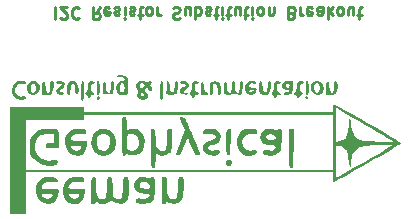
<source format=gbo>
G04 (created by PCBNEW (2013-07-07 BZR 4022)-stable) date 11/10/2014 9:18:01 PM*
%MOIN*%
G04 Gerber Fmt 3.4, Leading zero omitted, Abs format*
%FSLAX34Y34*%
G01*
G70*
G90*
G04 APERTURE LIST*
%ADD10C,0.00590551*%
%ADD11C,0.00984252*%
%ADD12C,0.0001*%
G04 APERTURE END LIST*
G54D10*
G54D11*
X41519Y-25040D02*
X41519Y-25434D01*
X41688Y-25396D02*
X41706Y-25415D01*
X41744Y-25434D01*
X41838Y-25434D01*
X41875Y-25415D01*
X41894Y-25396D01*
X41913Y-25359D01*
X41913Y-25321D01*
X41894Y-25265D01*
X41669Y-25040D01*
X41913Y-25040D01*
X42306Y-25078D02*
X42288Y-25059D01*
X42231Y-25040D01*
X42194Y-25040D01*
X42138Y-25059D01*
X42100Y-25096D01*
X42081Y-25134D01*
X42063Y-25209D01*
X42063Y-25265D01*
X42081Y-25340D01*
X42100Y-25378D01*
X42138Y-25415D01*
X42194Y-25434D01*
X42231Y-25434D01*
X42288Y-25415D01*
X42306Y-25396D01*
X43000Y-25040D02*
X42869Y-25228D01*
X42775Y-25040D02*
X42775Y-25434D01*
X42925Y-25434D01*
X42962Y-25415D01*
X42981Y-25396D01*
X43000Y-25359D01*
X43000Y-25303D01*
X42981Y-25265D01*
X42962Y-25246D01*
X42925Y-25228D01*
X42775Y-25228D01*
X43319Y-25059D02*
X43281Y-25040D01*
X43206Y-25040D01*
X43169Y-25059D01*
X43150Y-25096D01*
X43150Y-25246D01*
X43169Y-25284D01*
X43206Y-25303D01*
X43281Y-25303D01*
X43319Y-25284D01*
X43337Y-25246D01*
X43337Y-25209D01*
X43150Y-25171D01*
X43487Y-25059D02*
X43525Y-25040D01*
X43600Y-25040D01*
X43637Y-25059D01*
X43656Y-25096D01*
X43656Y-25115D01*
X43637Y-25153D01*
X43600Y-25171D01*
X43544Y-25171D01*
X43506Y-25190D01*
X43487Y-25228D01*
X43487Y-25246D01*
X43506Y-25284D01*
X43544Y-25303D01*
X43600Y-25303D01*
X43637Y-25284D01*
X43825Y-25040D02*
X43825Y-25303D01*
X43825Y-25434D02*
X43806Y-25415D01*
X43825Y-25396D01*
X43844Y-25415D01*
X43825Y-25434D01*
X43825Y-25396D01*
X43994Y-25059D02*
X44031Y-25040D01*
X44106Y-25040D01*
X44144Y-25059D01*
X44162Y-25096D01*
X44162Y-25115D01*
X44144Y-25153D01*
X44106Y-25171D01*
X44050Y-25171D01*
X44012Y-25190D01*
X43994Y-25228D01*
X43994Y-25246D01*
X44012Y-25284D01*
X44050Y-25303D01*
X44106Y-25303D01*
X44144Y-25284D01*
X44275Y-25303D02*
X44425Y-25303D01*
X44331Y-25434D02*
X44331Y-25096D01*
X44350Y-25059D01*
X44387Y-25040D01*
X44425Y-25040D01*
X44612Y-25040D02*
X44575Y-25059D01*
X44556Y-25078D01*
X44537Y-25115D01*
X44537Y-25228D01*
X44556Y-25265D01*
X44575Y-25284D01*
X44612Y-25303D01*
X44668Y-25303D01*
X44706Y-25284D01*
X44725Y-25265D01*
X44743Y-25228D01*
X44743Y-25115D01*
X44725Y-25078D01*
X44706Y-25059D01*
X44668Y-25040D01*
X44612Y-25040D01*
X44912Y-25040D02*
X44912Y-25303D01*
X44912Y-25228D02*
X44931Y-25265D01*
X44950Y-25284D01*
X44987Y-25303D01*
X45025Y-25303D01*
X45437Y-25059D02*
X45493Y-25040D01*
X45587Y-25040D01*
X45625Y-25059D01*
X45643Y-25078D01*
X45662Y-25115D01*
X45662Y-25153D01*
X45643Y-25190D01*
X45625Y-25209D01*
X45587Y-25228D01*
X45512Y-25246D01*
X45475Y-25265D01*
X45456Y-25284D01*
X45437Y-25321D01*
X45437Y-25359D01*
X45456Y-25396D01*
X45475Y-25415D01*
X45512Y-25434D01*
X45606Y-25434D01*
X45662Y-25415D01*
X46000Y-25303D02*
X46000Y-25040D01*
X45831Y-25303D02*
X45831Y-25096D01*
X45850Y-25059D01*
X45887Y-25040D01*
X45943Y-25040D01*
X45981Y-25059D01*
X46000Y-25078D01*
X46187Y-25040D02*
X46187Y-25434D01*
X46187Y-25284D02*
X46225Y-25303D01*
X46300Y-25303D01*
X46337Y-25284D01*
X46356Y-25265D01*
X46375Y-25228D01*
X46375Y-25115D01*
X46356Y-25078D01*
X46337Y-25059D01*
X46300Y-25040D01*
X46225Y-25040D01*
X46187Y-25059D01*
X46525Y-25059D02*
X46562Y-25040D01*
X46637Y-25040D01*
X46674Y-25059D01*
X46693Y-25096D01*
X46693Y-25115D01*
X46674Y-25153D01*
X46637Y-25171D01*
X46581Y-25171D01*
X46543Y-25190D01*
X46525Y-25228D01*
X46525Y-25246D01*
X46543Y-25284D01*
X46581Y-25303D01*
X46637Y-25303D01*
X46674Y-25284D01*
X46806Y-25303D02*
X46956Y-25303D01*
X46862Y-25434D02*
X46862Y-25096D01*
X46881Y-25059D01*
X46918Y-25040D01*
X46956Y-25040D01*
X47087Y-25040D02*
X47087Y-25303D01*
X47087Y-25434D02*
X47068Y-25415D01*
X47087Y-25396D01*
X47106Y-25415D01*
X47087Y-25434D01*
X47087Y-25396D01*
X47218Y-25303D02*
X47368Y-25303D01*
X47274Y-25434D02*
X47274Y-25096D01*
X47293Y-25059D01*
X47331Y-25040D01*
X47368Y-25040D01*
X47668Y-25303D02*
X47668Y-25040D01*
X47499Y-25303D02*
X47499Y-25096D01*
X47518Y-25059D01*
X47556Y-25040D01*
X47612Y-25040D01*
X47649Y-25059D01*
X47668Y-25078D01*
X47799Y-25303D02*
X47949Y-25303D01*
X47856Y-25434D02*
X47856Y-25096D01*
X47874Y-25059D01*
X47912Y-25040D01*
X47949Y-25040D01*
X48081Y-25040D02*
X48081Y-25303D01*
X48081Y-25434D02*
X48062Y-25415D01*
X48081Y-25396D01*
X48099Y-25415D01*
X48081Y-25434D01*
X48081Y-25396D01*
X48324Y-25040D02*
X48287Y-25059D01*
X48268Y-25078D01*
X48249Y-25115D01*
X48249Y-25228D01*
X48268Y-25265D01*
X48287Y-25284D01*
X48324Y-25303D01*
X48381Y-25303D01*
X48418Y-25284D01*
X48437Y-25265D01*
X48456Y-25228D01*
X48456Y-25115D01*
X48437Y-25078D01*
X48418Y-25059D01*
X48381Y-25040D01*
X48324Y-25040D01*
X48624Y-25303D02*
X48624Y-25040D01*
X48624Y-25265D02*
X48643Y-25284D01*
X48680Y-25303D01*
X48737Y-25303D01*
X48774Y-25284D01*
X48793Y-25246D01*
X48793Y-25040D01*
X49412Y-25246D02*
X49468Y-25228D01*
X49487Y-25209D01*
X49505Y-25171D01*
X49505Y-25115D01*
X49487Y-25078D01*
X49468Y-25059D01*
X49430Y-25040D01*
X49280Y-25040D01*
X49280Y-25434D01*
X49412Y-25434D01*
X49449Y-25415D01*
X49468Y-25396D01*
X49487Y-25359D01*
X49487Y-25321D01*
X49468Y-25284D01*
X49449Y-25265D01*
X49412Y-25246D01*
X49280Y-25246D01*
X49674Y-25040D02*
X49674Y-25303D01*
X49674Y-25228D02*
X49693Y-25265D01*
X49712Y-25284D01*
X49749Y-25303D01*
X49787Y-25303D01*
X50068Y-25059D02*
X50030Y-25040D01*
X49955Y-25040D01*
X49918Y-25059D01*
X49899Y-25096D01*
X49899Y-25246D01*
X49918Y-25284D01*
X49955Y-25303D01*
X50030Y-25303D01*
X50068Y-25284D01*
X50087Y-25246D01*
X50087Y-25209D01*
X49899Y-25171D01*
X50424Y-25040D02*
X50424Y-25246D01*
X50405Y-25284D01*
X50368Y-25303D01*
X50293Y-25303D01*
X50255Y-25284D01*
X50424Y-25059D02*
X50387Y-25040D01*
X50293Y-25040D01*
X50255Y-25059D01*
X50237Y-25096D01*
X50237Y-25134D01*
X50255Y-25171D01*
X50293Y-25190D01*
X50387Y-25190D01*
X50424Y-25209D01*
X50611Y-25040D02*
X50611Y-25434D01*
X50649Y-25190D02*
X50761Y-25040D01*
X50761Y-25303D02*
X50611Y-25153D01*
X50986Y-25040D02*
X50949Y-25059D01*
X50930Y-25078D01*
X50911Y-25115D01*
X50911Y-25228D01*
X50930Y-25265D01*
X50949Y-25284D01*
X50986Y-25303D01*
X51043Y-25303D01*
X51080Y-25284D01*
X51099Y-25265D01*
X51118Y-25228D01*
X51118Y-25115D01*
X51099Y-25078D01*
X51080Y-25059D01*
X51043Y-25040D01*
X50986Y-25040D01*
X51455Y-25303D02*
X51455Y-25040D01*
X51286Y-25303D02*
X51286Y-25096D01*
X51305Y-25059D01*
X51343Y-25040D01*
X51399Y-25040D01*
X51436Y-25059D01*
X51455Y-25078D01*
X51586Y-25303D02*
X51736Y-25303D01*
X51643Y-25434D02*
X51643Y-25096D01*
X51661Y-25059D01*
X51699Y-25040D01*
X51736Y-25040D01*
G54D12*
G36*
X43552Y-27730D02*
X43575Y-27604D01*
X43643Y-27527D01*
X43673Y-27520D01*
X43673Y-27734D01*
X43674Y-27746D01*
X43686Y-27836D01*
X43713Y-27876D01*
X43750Y-27883D01*
X43796Y-27870D01*
X43820Y-27818D01*
X43828Y-27754D01*
X43821Y-27645D01*
X43782Y-27589D01*
X43712Y-27590D01*
X43710Y-27591D01*
X43678Y-27635D01*
X43673Y-27734D01*
X43673Y-27520D01*
X43754Y-27500D01*
X43757Y-27500D01*
X43819Y-27481D01*
X43831Y-27437D01*
X43792Y-27394D01*
X43767Y-27383D01*
X43679Y-27376D01*
X43634Y-27383D01*
X43580Y-27386D01*
X43567Y-27352D01*
X43596Y-27317D01*
X43666Y-27301D01*
X43756Y-27303D01*
X43843Y-27325D01*
X43886Y-27347D01*
X43918Y-27381D01*
X43938Y-27432D01*
X43948Y-27518D01*
X43950Y-27653D01*
X43950Y-27672D01*
X43950Y-27808D01*
X43944Y-27891D01*
X43930Y-27935D01*
X43904Y-27953D01*
X43867Y-27960D01*
X43719Y-27965D01*
X43623Y-27935D01*
X43570Y-27865D01*
X43552Y-27748D01*
X43552Y-27730D01*
X43552Y-27730D01*
X43552Y-27730D01*
G37*
G36*
X50531Y-27962D02*
X50541Y-27740D01*
X50550Y-27615D01*
X50566Y-27545D01*
X50591Y-27518D01*
X50600Y-27517D01*
X50634Y-27537D01*
X50650Y-27606D01*
X50654Y-27670D01*
X50664Y-27799D01*
X50691Y-27872D01*
X50738Y-27899D01*
X50751Y-27900D01*
X50781Y-27876D01*
X50800Y-27799D01*
X50807Y-27711D01*
X50822Y-27597D01*
X50848Y-27523D01*
X50881Y-27499D01*
X50914Y-27532D01*
X50921Y-27549D01*
X50934Y-27635D01*
X50926Y-27745D01*
X50903Y-27854D01*
X50867Y-27935D01*
X50849Y-27955D01*
X50789Y-27981D01*
X50757Y-27977D01*
X50702Y-27963D01*
X50628Y-27960D01*
X50531Y-27962D01*
X50531Y-27962D01*
X50531Y-27962D01*
G37*
G36*
X50034Y-27787D02*
X50039Y-27674D01*
X50086Y-27574D01*
X50146Y-27529D01*
X50146Y-27771D01*
X50178Y-27848D01*
X50230Y-27891D01*
X50261Y-27894D01*
X50303Y-27856D01*
X50327Y-27780D01*
X50328Y-27694D01*
X50305Y-27622D01*
X50300Y-27617D01*
X50243Y-27586D01*
X50186Y-27611D01*
X50147Y-27684D01*
X50146Y-27771D01*
X50146Y-27529D01*
X50163Y-27516D01*
X50263Y-27501D01*
X50358Y-27533D01*
X50381Y-27552D01*
X50446Y-27654D01*
X50461Y-27763D01*
X50430Y-27862D01*
X50357Y-27934D01*
X50271Y-27961D01*
X50158Y-27945D01*
X50076Y-27882D01*
X50034Y-27787D01*
X50034Y-27787D01*
X50034Y-27787D01*
G37*
G36*
X49861Y-27925D02*
X49864Y-27881D01*
X49867Y-27791D01*
X49867Y-27700D01*
X49873Y-27575D01*
X49890Y-27511D01*
X49922Y-27505D01*
X49945Y-27522D01*
X49956Y-27565D01*
X49964Y-27654D01*
X49967Y-27758D01*
X49965Y-27875D01*
X49955Y-27938D01*
X49934Y-27961D01*
X49911Y-27961D01*
X49866Y-27940D01*
X49861Y-27925D01*
X49861Y-27925D01*
X49861Y-27925D01*
G37*
G36*
X49473Y-27948D02*
X49478Y-27908D01*
X49515Y-27877D01*
X49548Y-27825D01*
X49570Y-27725D01*
X49573Y-27683D01*
X49582Y-27584D01*
X49601Y-27534D01*
X49641Y-27513D01*
X49692Y-27506D01*
X49770Y-27508D01*
X49799Y-27536D01*
X49800Y-27550D01*
X49775Y-27591D01*
X49742Y-27593D01*
X49703Y-27601D01*
X49682Y-27649D01*
X49674Y-27721D01*
X49673Y-27811D01*
X49692Y-27857D01*
X49735Y-27877D01*
X49782Y-27908D01*
X49775Y-27946D01*
X49721Y-27967D01*
X49715Y-27967D01*
X49673Y-27994D01*
X49667Y-28019D01*
X49643Y-28059D01*
X49609Y-28059D01*
X49564Y-28030D01*
X49559Y-28007D01*
X49540Y-27972D01*
X49517Y-27967D01*
X49473Y-27948D01*
X49473Y-27948D01*
X49473Y-27948D01*
G37*
G36*
X49085Y-27611D02*
X49096Y-27580D01*
X49129Y-27531D01*
X49181Y-27510D01*
X49207Y-27510D01*
X49207Y-27628D01*
X49212Y-27681D01*
X49247Y-27727D01*
X49267Y-27733D01*
X49310Y-27708D01*
X49325Y-27653D01*
X49304Y-27603D01*
X49297Y-27598D01*
X49240Y-27589D01*
X49207Y-27628D01*
X49207Y-27510D01*
X49275Y-27508D01*
X49283Y-27508D01*
X49434Y-27515D01*
X49434Y-27701D01*
X49427Y-27811D01*
X49410Y-27896D01*
X49394Y-27927D01*
X49341Y-27953D01*
X49263Y-27966D01*
X49184Y-27965D01*
X49124Y-27952D01*
X49108Y-27926D01*
X49148Y-27897D01*
X49217Y-27885D01*
X49290Y-27871D01*
X49325Y-27842D01*
X49308Y-27810D01*
X49238Y-27800D01*
X49139Y-27774D01*
X49085Y-27706D01*
X49085Y-27611D01*
X49085Y-27611D01*
X49085Y-27611D01*
G37*
G36*
X48734Y-27917D02*
X48752Y-27872D01*
X48767Y-27867D01*
X48787Y-27837D01*
X48799Y-27762D01*
X48800Y-27723D01*
X48809Y-27625D01*
X48831Y-27553D01*
X48840Y-27540D01*
X48901Y-27507D01*
X48971Y-27502D01*
X49023Y-27524D01*
X49034Y-27550D01*
X49006Y-27591D01*
X48967Y-27600D01*
X48923Y-27612D01*
X48904Y-27658D01*
X48900Y-27730D01*
X48909Y-27820D01*
X48939Y-27865D01*
X48967Y-27876D01*
X49021Y-27906D01*
X49034Y-27930D01*
X49006Y-27960D01*
X48967Y-27967D01*
X48913Y-27988D01*
X48900Y-28017D01*
X48874Y-28061D01*
X48850Y-28067D01*
X48806Y-28040D01*
X48800Y-28017D01*
X48783Y-27972D01*
X48767Y-27967D01*
X48738Y-27940D01*
X48734Y-27917D01*
X48734Y-27917D01*
X48734Y-27917D01*
G37*
G36*
X48317Y-27733D02*
X48321Y-27612D01*
X48332Y-27544D01*
X48356Y-27518D01*
X48367Y-27517D01*
X48400Y-27538D01*
X48422Y-27610D01*
X48434Y-27700D01*
X48447Y-27807D01*
X48467Y-27863D01*
X48499Y-27882D01*
X48517Y-27883D01*
X48556Y-27875D01*
X48578Y-27839D01*
X48589Y-27760D01*
X48594Y-27692D01*
X48605Y-27571D01*
X48626Y-27510D01*
X48657Y-27506D01*
X48678Y-27522D01*
X48691Y-27566D01*
X48699Y-27653D01*
X48700Y-27706D01*
X48684Y-27832D01*
X48641Y-27927D01*
X48579Y-27979D01*
X48515Y-27978D01*
X48436Y-27959D01*
X48389Y-27954D01*
X48350Y-27946D01*
X48329Y-27918D01*
X48319Y-27853D01*
X48317Y-27738D01*
X48317Y-27733D01*
X48317Y-27733D01*
X48317Y-27733D01*
G37*
G36*
X47837Y-27776D02*
X47845Y-27663D01*
X47902Y-27570D01*
X48000Y-27512D01*
X48082Y-27500D01*
X48165Y-27509D01*
X48215Y-27531D01*
X48217Y-27534D01*
X48210Y-27568D01*
X48168Y-27594D01*
X48121Y-27595D01*
X48111Y-27589D01*
X48068Y-27585D01*
X48013Y-27615D01*
X47973Y-27662D01*
X47967Y-27685D01*
X47967Y-27832D01*
X47991Y-27878D01*
X48045Y-27884D01*
X48094Y-27854D01*
X48126Y-27815D01*
X48106Y-27802D01*
X48058Y-27800D01*
X47992Y-27810D01*
X47967Y-27832D01*
X47967Y-27685D01*
X47991Y-27719D01*
X48067Y-27733D01*
X48100Y-27733D01*
X48197Y-27746D01*
X48235Y-27787D01*
X48218Y-27864D01*
X48199Y-27902D01*
X48138Y-27954D01*
X48048Y-27969D01*
X47955Y-27948D01*
X47886Y-27893D01*
X47837Y-27776D01*
X47837Y-27776D01*
X47837Y-27776D01*
G37*
G36*
X47131Y-27952D02*
X47141Y-27737D01*
X47153Y-27606D01*
X47175Y-27527D01*
X47192Y-27508D01*
X47219Y-27522D01*
X47232Y-27591D01*
X47234Y-27660D01*
X47246Y-27792D01*
X47283Y-27866D01*
X47285Y-27868D01*
X47339Y-27892D01*
X47377Y-27858D01*
X47400Y-27762D01*
X47407Y-27686D01*
X47423Y-27572D01*
X47448Y-27513D01*
X47474Y-27511D01*
X47494Y-27568D01*
X47500Y-27660D01*
X47513Y-27792D01*
X47550Y-27866D01*
X47552Y-27868D01*
X47606Y-27892D01*
X47643Y-27858D01*
X47666Y-27762D01*
X47674Y-27686D01*
X47688Y-27581D01*
X47714Y-27517D01*
X47727Y-27508D01*
X47750Y-27516D01*
X47761Y-27565D01*
X47762Y-27667D01*
X47760Y-27722D01*
X47754Y-27842D01*
X47743Y-27912D01*
X47721Y-27945D01*
X47681Y-27958D01*
X47657Y-27961D01*
X47572Y-27956D01*
X47518Y-27934D01*
X47469Y-27916D01*
X47452Y-27931D01*
X47409Y-27950D01*
X47324Y-27959D01*
X47281Y-27959D01*
X47131Y-27952D01*
X47131Y-27952D01*
X47131Y-27952D01*
G37*
G36*
X46667Y-27768D02*
X46671Y-27650D01*
X46687Y-27581D01*
X46719Y-27543D01*
X46732Y-27535D01*
X46846Y-27502D01*
X46947Y-27526D01*
X46981Y-27553D01*
X47013Y-27613D01*
X47032Y-27705D01*
X47037Y-27806D01*
X47028Y-27897D01*
X47005Y-27955D01*
X46984Y-27967D01*
X46952Y-27948D01*
X46937Y-27885D01*
X46934Y-27807D01*
X46921Y-27676D01*
X46885Y-27601D01*
X46827Y-27586D01*
X46813Y-27590D01*
X46782Y-27634D01*
X46768Y-27739D01*
X46767Y-27787D01*
X46763Y-27896D01*
X46746Y-27952D01*
X46717Y-27967D01*
X46688Y-27951D01*
X46672Y-27897D01*
X46667Y-27790D01*
X46667Y-27768D01*
X46667Y-27768D01*
X46667Y-27768D01*
G37*
G36*
X46370Y-27887D02*
X46372Y-27786D01*
X46374Y-27744D01*
X46386Y-27612D01*
X46407Y-27531D01*
X46431Y-27504D01*
X46453Y-27535D01*
X46470Y-27627D01*
X46474Y-27673D01*
X46485Y-27782D01*
X46508Y-27845D01*
X46550Y-27879D01*
X46559Y-27883D01*
X46609Y-27921D01*
X46619Y-27958D01*
X46587Y-27974D01*
X46563Y-27970D01*
X46494Y-27962D01*
X46441Y-27962D01*
X46400Y-27960D01*
X46378Y-27940D01*
X46370Y-27887D01*
X46370Y-27887D01*
X46370Y-27887D01*
G37*
G36*
X46000Y-27917D02*
X46018Y-27872D01*
X46034Y-27867D01*
X46054Y-27837D01*
X46066Y-27762D01*
X46067Y-27723D01*
X46076Y-27625D01*
X46098Y-27553D01*
X46107Y-27540D01*
X46168Y-27507D01*
X46238Y-27502D01*
X46289Y-27524D01*
X46300Y-27550D01*
X46273Y-27591D01*
X46234Y-27600D01*
X46190Y-27611D01*
X46171Y-27657D01*
X46167Y-27733D01*
X46173Y-27821D01*
X46195Y-27859D01*
X46234Y-27867D01*
X46288Y-27888D01*
X46300Y-27917D01*
X46273Y-27958D01*
X46234Y-27967D01*
X46180Y-27988D01*
X46167Y-28017D01*
X46140Y-28061D01*
X46117Y-28067D01*
X46073Y-28040D01*
X46067Y-28017D01*
X46049Y-27972D01*
X46034Y-27967D01*
X46004Y-27940D01*
X46000Y-27917D01*
X46000Y-27917D01*
X46000Y-27917D01*
G37*
G36*
X45667Y-27552D02*
X45694Y-27513D01*
X45760Y-27499D01*
X45843Y-27508D01*
X45919Y-27540D01*
X45948Y-27564D01*
X45982Y-27642D01*
X45957Y-27721D01*
X45881Y-27786D01*
X45846Y-27802D01*
X45791Y-27841D01*
X45793Y-27878D01*
X45848Y-27895D01*
X45875Y-27893D01*
X45937Y-27903D01*
X45959Y-27927D01*
X45945Y-27956D01*
X45890Y-27965D01*
X45815Y-27956D01*
X45742Y-27933D01*
X45691Y-27897D01*
X45687Y-27892D01*
X45672Y-27815D01*
X45710Y-27747D01*
X45789Y-27707D01*
X45796Y-27706D01*
X45852Y-27679D01*
X45867Y-27648D01*
X45850Y-27608D01*
X45789Y-27595D01*
X45725Y-27598D01*
X45676Y-27580D01*
X45667Y-27552D01*
X45667Y-27552D01*
X45667Y-27552D01*
G37*
G36*
X45217Y-27949D02*
X45224Y-27750D01*
X45228Y-27639D01*
X45231Y-27555D01*
X45232Y-27522D01*
X45258Y-27505D01*
X45275Y-27508D01*
X45302Y-27547D01*
X45325Y-27633D01*
X45334Y-27703D01*
X45347Y-27809D01*
X45367Y-27863D01*
X45401Y-27882D01*
X45417Y-27883D01*
X45456Y-27875D01*
X45478Y-27839D01*
X45489Y-27760D01*
X45494Y-27692D01*
X45505Y-27571D01*
X45526Y-27510D01*
X45557Y-27506D01*
X45578Y-27522D01*
X45597Y-27576D01*
X45602Y-27669D01*
X45596Y-27776D01*
X45581Y-27871D01*
X45557Y-27928D01*
X45554Y-27931D01*
X45493Y-27953D01*
X45397Y-27961D01*
X45362Y-27959D01*
X45217Y-27949D01*
X45217Y-27949D01*
X45217Y-27949D01*
G37*
G36*
X45005Y-28011D02*
X45006Y-27884D01*
X45008Y-27828D01*
X45017Y-27659D01*
X45033Y-27553D01*
X45056Y-27509D01*
X45059Y-27508D01*
X45079Y-27519D01*
X45092Y-27572D01*
X45099Y-27677D01*
X45100Y-27814D01*
X45099Y-27965D01*
X45093Y-28061D01*
X45080Y-28113D01*
X45059Y-28132D01*
X45049Y-28133D01*
X45025Y-28124D01*
X45011Y-28087D01*
X45005Y-28011D01*
X45005Y-28011D01*
X45005Y-28011D01*
G37*
G36*
X44205Y-27682D02*
X44223Y-27600D01*
X44261Y-27555D01*
X44333Y-27518D01*
X44334Y-27518D01*
X44334Y-27668D01*
X44350Y-27735D01*
X44373Y-27740D01*
X44373Y-27975D01*
X44394Y-28034D01*
X44417Y-28050D01*
X44447Y-28022D01*
X44461Y-27975D01*
X44453Y-27914D01*
X44417Y-27900D01*
X44376Y-27923D01*
X44373Y-27975D01*
X44373Y-27740D01*
X44395Y-27743D01*
X44453Y-27697D01*
X44492Y-27644D01*
X44483Y-27611D01*
X44469Y-27601D01*
X44398Y-27586D01*
X44346Y-27621D01*
X44334Y-27668D01*
X44334Y-27518D01*
X44425Y-27502D01*
X44508Y-27509D01*
X44552Y-27536D01*
X44586Y-27555D01*
X44611Y-27536D01*
X44664Y-27506D01*
X44714Y-27504D01*
X44734Y-27527D01*
X44713Y-27571D01*
X44694Y-27594D01*
X44671Y-27639D01*
X44694Y-27673D01*
X44728Y-27734D01*
X44729Y-27796D01*
X44698Y-27832D01*
X44686Y-27833D01*
X44639Y-27806D01*
X44616Y-27764D01*
X44595Y-27717D01*
X44565Y-27724D01*
X44534Y-27750D01*
X44493Y-27794D01*
X44499Y-27829D01*
X44537Y-27870D01*
X44594Y-27960D01*
X44592Y-28045D01*
X44536Y-28108D01*
X44434Y-28133D01*
X44430Y-28133D01*
X44341Y-28113D01*
X44268Y-28063D01*
X44234Y-28001D01*
X44234Y-27996D01*
X44248Y-27942D01*
X44270Y-27895D01*
X44287Y-27827D01*
X44253Y-27770D01*
X44205Y-27682D01*
X44205Y-27682D01*
X44205Y-27682D01*
G37*
G36*
X43098Y-27956D02*
X43107Y-27739D01*
X43120Y-27607D01*
X43141Y-27528D01*
X43159Y-27508D01*
X43186Y-27522D01*
X43199Y-27591D01*
X43200Y-27660D01*
X43213Y-27792D01*
X43250Y-27866D01*
X43252Y-27868D01*
X43306Y-27892D01*
X43343Y-27858D01*
X43366Y-27762D01*
X43374Y-27686D01*
X43388Y-27581D01*
X43414Y-27517D01*
X43427Y-27508D01*
X43450Y-27516D01*
X43461Y-27565D01*
X43462Y-27667D01*
X43460Y-27722D01*
X43450Y-27950D01*
X43274Y-27953D01*
X43098Y-27956D01*
X43098Y-27956D01*
X43098Y-27956D01*
G37*
G36*
X42900Y-27733D02*
X42905Y-27597D01*
X42919Y-27521D01*
X42946Y-27501D01*
X42978Y-27522D01*
X42990Y-27565D01*
X42998Y-27654D01*
X43000Y-27756D01*
X42997Y-27875D01*
X42985Y-27941D01*
X42960Y-27966D01*
X42950Y-27967D01*
X42923Y-27953D01*
X42908Y-27904D01*
X42901Y-27807D01*
X42900Y-27733D01*
X42900Y-27733D01*
X42900Y-27733D01*
G37*
G36*
X42502Y-27913D02*
X42517Y-27893D01*
X42542Y-27882D01*
X42583Y-27844D01*
X42599Y-27761D01*
X42600Y-27720D01*
X42610Y-27623D01*
X42632Y-27552D01*
X42640Y-27540D01*
X42702Y-27507D01*
X42772Y-27502D01*
X42823Y-27525D01*
X42834Y-27552D01*
X42808Y-27591D01*
X42775Y-27593D01*
X42736Y-27601D01*
X42715Y-27649D01*
X42707Y-27721D01*
X42706Y-27812D01*
X42726Y-27857D01*
X42765Y-27876D01*
X42823Y-27908D01*
X42828Y-27945D01*
X42780Y-27966D01*
X42767Y-27967D01*
X42713Y-27988D01*
X42700Y-28017D01*
X42674Y-28061D01*
X42650Y-28067D01*
X42606Y-28046D01*
X42600Y-28029D01*
X42576Y-27980D01*
X42542Y-27948D01*
X42502Y-27913D01*
X42502Y-27913D01*
X42502Y-27913D01*
G37*
G36*
X42372Y-27923D02*
X42374Y-27845D01*
X42383Y-27672D01*
X42398Y-27562D01*
X42420Y-27512D01*
X42425Y-27508D01*
X42445Y-27519D01*
X42458Y-27571D01*
X42465Y-27674D01*
X42467Y-27831D01*
X42466Y-27986D01*
X42460Y-28086D01*
X42448Y-28142D01*
X42429Y-28165D01*
X42416Y-28167D01*
X42392Y-28157D01*
X42378Y-28121D01*
X42372Y-28047D01*
X42372Y-27923D01*
X42372Y-27923D01*
X42372Y-27923D01*
G37*
G36*
X41900Y-27810D02*
X41912Y-27691D01*
X41941Y-27594D01*
X41952Y-27574D01*
X42031Y-27512D01*
X42127Y-27501D01*
X42217Y-27541D01*
X42252Y-27581D01*
X42283Y-27660D01*
X42296Y-27758D01*
X42291Y-27853D01*
X42269Y-27924D01*
X42234Y-27950D01*
X42201Y-27930D01*
X42182Y-27862D01*
X42174Y-27775D01*
X42164Y-27671D01*
X42145Y-27618D01*
X42112Y-27601D01*
X42100Y-27600D01*
X42062Y-27611D01*
X42041Y-27654D01*
X42029Y-27744D01*
X42027Y-27775D01*
X42016Y-27884D01*
X41993Y-27941D01*
X41959Y-27961D01*
X41923Y-27957D01*
X41906Y-27919D01*
X41901Y-27832D01*
X41900Y-27810D01*
X41900Y-27810D01*
X41900Y-27810D01*
G37*
G36*
X41534Y-27552D02*
X41562Y-27517D01*
X41629Y-27500D01*
X41709Y-27504D01*
X41779Y-27528D01*
X41794Y-27540D01*
X41836Y-27621D01*
X41821Y-27704D01*
X41755Y-27768D01*
X41734Y-27777D01*
X41662Y-27818D01*
X41650Y-27857D01*
X41697Y-27881D01*
X41734Y-27884D01*
X41800Y-27900D01*
X41826Y-27926D01*
X41810Y-27955D01*
X41752Y-27967D01*
X41677Y-27963D01*
X41606Y-27944D01*
X41568Y-27918D01*
X41538Y-27840D01*
X41568Y-27763D01*
X41643Y-27707D01*
X41719Y-27658D01*
X41732Y-27619D01*
X41685Y-27598D01*
X41592Y-27598D01*
X41543Y-27580D01*
X41534Y-27552D01*
X41534Y-27552D01*
X41534Y-27552D01*
G37*
G36*
X41064Y-27962D02*
X41074Y-27740D01*
X41083Y-27615D01*
X41099Y-27545D01*
X41124Y-27518D01*
X41134Y-27517D01*
X41167Y-27538D01*
X41189Y-27610D01*
X41200Y-27700D01*
X41217Y-27814D01*
X41242Y-27875D01*
X41274Y-27894D01*
X41307Y-27889D01*
X41326Y-27850D01*
X41337Y-27764D01*
X41340Y-27713D01*
X41356Y-27585D01*
X41385Y-27515D01*
X41425Y-27507D01*
X41444Y-27522D01*
X41458Y-27566D01*
X41466Y-27653D01*
X41467Y-27706D01*
X41453Y-27820D01*
X41415Y-27914D01*
X41364Y-27974D01*
X41308Y-27986D01*
X41294Y-27980D01*
X41236Y-27964D01*
X41161Y-27960D01*
X41064Y-27962D01*
X41064Y-27962D01*
X41064Y-27962D01*
G37*
G36*
X40574Y-27783D02*
X40579Y-27672D01*
X40626Y-27577D01*
X40692Y-27528D01*
X40692Y-27775D01*
X40720Y-27855D01*
X40767Y-27898D01*
X40782Y-27900D01*
X40839Y-27871D01*
X40878Y-27801D01*
X40887Y-27716D01*
X40881Y-27691D01*
X40836Y-27609D01*
X40778Y-27582D01*
X40724Y-27608D01*
X40693Y-27680D01*
X40692Y-27775D01*
X40692Y-27528D01*
X40709Y-27515D01*
X40784Y-27500D01*
X40870Y-27523D01*
X40934Y-27567D01*
X40992Y-27664D01*
X41000Y-27770D01*
X40963Y-27868D01*
X40888Y-27940D01*
X40784Y-27967D01*
X40678Y-27945D01*
X40619Y-27893D01*
X40574Y-27783D01*
X40574Y-27783D01*
X40574Y-27783D01*
G37*
G36*
X40067Y-27811D02*
X40093Y-27664D01*
X40166Y-27562D01*
X40283Y-27508D01*
X40360Y-27500D01*
X40449Y-27505D01*
X40506Y-27518D01*
X40512Y-27522D01*
X40540Y-27575D01*
X40511Y-27608D01*
X40434Y-27613D01*
X40421Y-27611D01*
X40323Y-27610D01*
X40248Y-27653D01*
X40238Y-27663D01*
X40178Y-27761D01*
X40173Y-27862D01*
X40216Y-27950D01*
X40297Y-28010D01*
X40408Y-28024D01*
X40423Y-28022D01*
X40500Y-28015D01*
X40528Y-28031D01*
X40527Y-28060D01*
X40494Y-28103D01*
X40408Y-28124D01*
X40381Y-28127D01*
X40243Y-28109D01*
X40141Y-28039D01*
X40081Y-27921D01*
X40067Y-27811D01*
X40067Y-27811D01*
X40067Y-27811D01*
G37*
G36*
X49845Y-28057D02*
X49869Y-28011D01*
X49900Y-28000D01*
X49943Y-28024D01*
X49952Y-28036D01*
X49956Y-28087D01*
X49921Y-28121D01*
X49873Y-28117D01*
X49863Y-28110D01*
X49845Y-28057D01*
X49845Y-28057D01*
X49845Y-28057D01*
G37*
G36*
X42900Y-28085D02*
X42919Y-28031D01*
X42958Y-28012D01*
X42979Y-28023D01*
X43001Y-28076D01*
X42981Y-28123D01*
X42950Y-28133D01*
X42906Y-28108D01*
X42900Y-28085D01*
X42900Y-28085D01*
X42900Y-28085D01*
G37*
G36*
X40000Y-28367D02*
X40534Y-28367D01*
X40534Y-28800D01*
X40534Y-29633D01*
X40534Y-30466D01*
X45650Y-30466D01*
X50767Y-30466D01*
X50767Y-29550D01*
X50767Y-28633D01*
X46617Y-28633D01*
X42467Y-28633D01*
X42467Y-28717D01*
X42467Y-28800D01*
X41500Y-28800D01*
X40534Y-28800D01*
X40534Y-28367D01*
X41234Y-28367D01*
X42467Y-28367D01*
X42467Y-28450D01*
X42467Y-28533D01*
X46617Y-28533D01*
X50767Y-28533D01*
X50767Y-28419D01*
X50774Y-28337D01*
X50792Y-28289D01*
X50795Y-28287D01*
X50829Y-28299D01*
X50867Y-28319D01*
X50867Y-28817D01*
X50867Y-28962D01*
X50867Y-29525D01*
X50867Y-29647D01*
X50867Y-30190D01*
X50868Y-30372D01*
X50871Y-30528D01*
X50875Y-30647D01*
X50879Y-30718D01*
X50883Y-30733D01*
X50915Y-30718D01*
X50995Y-30673D01*
X51117Y-30605D01*
X51270Y-30517D01*
X51448Y-30416D01*
X51641Y-30305D01*
X51840Y-30191D01*
X52038Y-30076D01*
X52226Y-29967D01*
X52395Y-29869D01*
X52538Y-29786D01*
X52644Y-29722D01*
X52707Y-29684D01*
X52716Y-29678D01*
X52737Y-29659D01*
X52726Y-29646D01*
X52674Y-29638D01*
X52573Y-29634D01*
X52414Y-29634D01*
X52239Y-29637D01*
X52064Y-29646D01*
X51916Y-29660D01*
X51848Y-29669D01*
X51685Y-29714D01*
X51580Y-29780D01*
X51574Y-29786D01*
X51516Y-29841D01*
X51476Y-29867D01*
X51474Y-29867D01*
X51447Y-29896D01*
X51418Y-29972D01*
X51391Y-30072D01*
X51372Y-30178D01*
X51367Y-30250D01*
X51362Y-30340D01*
X51349Y-30372D01*
X51331Y-30351D01*
X51311Y-30283D01*
X51293Y-30175D01*
X51283Y-30083D01*
X51266Y-29936D01*
X51246Y-29839D01*
X51224Y-29801D01*
X51221Y-29800D01*
X51175Y-29775D01*
X51144Y-29737D01*
X51082Y-29688D01*
X50986Y-29661D01*
X50867Y-29647D01*
X50867Y-29525D01*
X50992Y-29500D01*
X51090Y-29477D01*
X51166Y-29454D01*
X51173Y-29452D01*
X51216Y-29402D01*
X51254Y-29302D01*
X51282Y-29166D01*
X51298Y-29010D01*
X51300Y-28932D01*
X51307Y-28837D01*
X51322Y-28778D01*
X51334Y-28767D01*
X51357Y-28796D01*
X51367Y-28867D01*
X51368Y-28875D01*
X51381Y-28998D01*
X51416Y-29137D01*
X51463Y-29268D01*
X51515Y-29363D01*
X51526Y-29377D01*
X51604Y-29441D01*
X51667Y-29476D01*
X51719Y-29486D01*
X51818Y-29498D01*
X51952Y-29509D01*
X52109Y-29520D01*
X52275Y-29529D01*
X52438Y-29537D01*
X52586Y-29542D01*
X52706Y-29544D01*
X52786Y-29542D01*
X52814Y-29536D01*
X52813Y-29535D01*
X52783Y-29516D01*
X52703Y-29469D01*
X52582Y-29397D01*
X52428Y-29307D01*
X52249Y-29202D01*
X52054Y-29088D01*
X51850Y-28968D01*
X51646Y-28849D01*
X51450Y-28735D01*
X51270Y-28630D01*
X51114Y-28540D01*
X50991Y-28469D01*
X50909Y-28422D01*
X50876Y-28403D01*
X50875Y-28403D01*
X50873Y-28434D01*
X50870Y-28520D01*
X50869Y-28652D01*
X50867Y-28817D01*
X50867Y-28319D01*
X50914Y-28342D01*
X51044Y-28410D01*
X51212Y-28502D01*
X51412Y-28613D01*
X51637Y-28741D01*
X51881Y-28880D01*
X51920Y-28902D01*
X52166Y-29044D01*
X52393Y-29177D01*
X52595Y-29296D01*
X52766Y-29398D01*
X52899Y-29478D01*
X52988Y-29534D01*
X53026Y-29561D01*
X53027Y-29562D01*
X53013Y-29605D01*
X52993Y-29625D01*
X52947Y-29656D01*
X52853Y-29713D01*
X52718Y-29793D01*
X52551Y-29891D01*
X52359Y-30002D01*
X52150Y-30122D01*
X51932Y-30246D01*
X51713Y-30370D01*
X51501Y-30490D01*
X51304Y-30601D01*
X51130Y-30698D01*
X50986Y-30777D01*
X50880Y-30834D01*
X50820Y-30863D01*
X50810Y-30867D01*
X50781Y-30838D01*
X50768Y-30751D01*
X50767Y-30700D01*
X50767Y-30533D01*
X45650Y-30533D01*
X40534Y-30533D01*
X40534Y-31233D01*
X40534Y-31933D01*
X40267Y-31933D01*
X40000Y-31933D01*
X40000Y-30150D01*
X40000Y-28367D01*
X40000Y-28367D01*
X40000Y-28367D01*
G37*
G36*
X45067Y-30700D02*
X45150Y-30700D01*
X45189Y-30702D01*
X45214Y-30718D01*
X45227Y-30758D01*
X45233Y-30837D01*
X45234Y-30966D01*
X45234Y-31012D01*
X45240Y-31192D01*
X45260Y-31315D01*
X45300Y-31390D01*
X45365Y-31425D01*
X45460Y-31429D01*
X45472Y-31428D01*
X45584Y-31417D01*
X45600Y-31067D01*
X45609Y-30911D01*
X45618Y-30809D01*
X45631Y-30749D01*
X45651Y-30720D01*
X45680Y-30708D01*
X45692Y-30706D01*
X45763Y-30719D01*
X45788Y-30749D01*
X45795Y-30804D01*
X45799Y-30908D01*
X45797Y-31043D01*
X45795Y-31117D01*
X45786Y-31270D01*
X45774Y-31372D01*
X45754Y-31441D01*
X45722Y-31492D01*
X45702Y-31516D01*
X45600Y-31580D01*
X45471Y-31602D01*
X45342Y-31580D01*
X45296Y-31558D01*
X45239Y-31534D01*
X45213Y-31552D01*
X45210Y-31558D01*
X45168Y-31593D01*
X45131Y-31600D01*
X45105Y-31596D01*
X45088Y-31577D01*
X45076Y-31531D01*
X45070Y-31450D01*
X45068Y-31323D01*
X45067Y-31150D01*
X45067Y-30700D01*
X45067Y-30700D01*
X45067Y-30700D01*
G37*
G36*
X44134Y-30976D02*
X44163Y-30857D01*
X44241Y-30765D01*
X44350Y-30709D01*
X44350Y-30983D01*
X44355Y-31044D01*
X44380Y-31075D01*
X44444Y-31089D01*
X44509Y-31094D01*
X44604Y-31097D01*
X44651Y-31086D01*
X44666Y-31052D01*
X44667Y-31020D01*
X44639Y-30933D01*
X44561Y-30884D01*
X44450Y-30875D01*
X44379Y-30890D01*
X44353Y-30935D01*
X44350Y-30983D01*
X44350Y-30709D01*
X44477Y-30696D01*
X44601Y-30734D01*
X44664Y-30749D01*
X44684Y-30734D01*
X44731Y-30706D01*
X44769Y-30700D01*
X44798Y-30705D01*
X44816Y-30727D01*
X44827Y-30777D01*
X44832Y-30868D01*
X44833Y-31011D01*
X44833Y-31058D01*
X44830Y-31237D01*
X44819Y-31363D01*
X44797Y-31447D01*
X44759Y-31505D01*
X44701Y-31548D01*
X44678Y-31561D01*
X44593Y-31586D01*
X44474Y-31599D01*
X44352Y-31598D01*
X44258Y-31582D01*
X44253Y-31580D01*
X44211Y-31534D01*
X44200Y-31486D01*
X44205Y-31444D01*
X44231Y-31424D01*
X44292Y-31420D01*
X44389Y-31427D01*
X44504Y-31432D01*
X44572Y-31422D01*
X44614Y-31392D01*
X44623Y-31382D01*
X44664Y-31306D01*
X44649Y-31266D01*
X44576Y-31258D01*
X44551Y-31260D01*
X44385Y-31257D01*
X44256Y-31207D01*
X44169Y-31117D01*
X44134Y-30992D01*
X44134Y-30976D01*
X44134Y-30976D01*
X44134Y-30976D01*
G37*
G36*
X42705Y-31338D02*
X42708Y-31159D01*
X42708Y-31158D01*
X42712Y-30980D01*
X42717Y-30857D01*
X42725Y-30779D01*
X42739Y-30735D01*
X42759Y-30715D01*
X42788Y-30707D01*
X42792Y-30706D01*
X42827Y-30704D01*
X42849Y-30718D01*
X42861Y-30760D01*
X42866Y-30842D01*
X42867Y-30977D01*
X42867Y-31009D01*
X42873Y-31190D01*
X42893Y-31314D01*
X42933Y-31389D01*
X42997Y-31424D01*
X43091Y-31429D01*
X43106Y-31428D01*
X43217Y-31417D01*
X43234Y-31067D01*
X43243Y-30909D01*
X43253Y-30806D01*
X43267Y-30746D01*
X43287Y-30716D01*
X43313Y-30706D01*
X43367Y-30708D01*
X43403Y-30746D01*
X43423Y-30829D01*
X43430Y-30964D01*
X43430Y-31064D01*
X43433Y-31231D01*
X43454Y-31341D01*
X43497Y-31404D01*
X43570Y-31428D01*
X43650Y-31427D01*
X43750Y-31417D01*
X43767Y-31067D01*
X43776Y-30910D01*
X43785Y-30808D01*
X43798Y-30748D01*
X43818Y-30719D01*
X43848Y-30708D01*
X43852Y-30707D01*
X43918Y-30709D01*
X43944Y-30721D01*
X43954Y-30763D01*
X43962Y-30855D01*
X43966Y-30982D01*
X43967Y-31057D01*
X43958Y-31272D01*
X43931Y-31427D01*
X43883Y-31529D01*
X43816Y-31579D01*
X43692Y-31600D01*
X43560Y-31583D01*
X43459Y-31534D01*
X43400Y-31491D01*
X43363Y-31490D01*
X43321Y-31530D01*
X43316Y-31534D01*
X43240Y-31580D01*
X43134Y-31601D01*
X43027Y-31594D01*
X42945Y-31561D01*
X42932Y-31548D01*
X42895Y-31513D01*
X42868Y-31533D01*
X42860Y-31548D01*
X42805Y-31592D01*
X42765Y-31600D01*
X42738Y-31597D01*
X42720Y-31579D01*
X42709Y-31537D01*
X42705Y-31460D01*
X42705Y-31338D01*
X42705Y-31338D01*
X42705Y-31338D01*
G37*
G36*
X41767Y-31150D02*
X41792Y-30969D01*
X41865Y-30833D01*
X41984Y-30745D01*
X42150Y-30705D01*
X42224Y-30703D01*
X42327Y-30708D01*
X42406Y-30717D01*
X42425Y-30722D01*
X42459Y-30765D01*
X42467Y-30813D01*
X42462Y-30855D01*
X42437Y-30875D01*
X42377Y-30880D01*
X42272Y-30874D01*
X42160Y-30868D01*
X42091Y-30877D01*
X42044Y-30907D01*
X42006Y-30951D01*
X41957Y-31020D01*
X41934Y-31068D01*
X41934Y-31071D01*
X41965Y-31084D01*
X41967Y-31085D01*
X41967Y-31313D01*
X41995Y-31379D01*
X42063Y-31419D01*
X42149Y-31430D01*
X42234Y-31412D01*
X42295Y-31362D01*
X42304Y-31342D01*
X42316Y-31299D01*
X42301Y-31277D01*
X42245Y-31268D01*
X42149Y-31267D01*
X42036Y-31272D01*
X41979Y-31290D01*
X41967Y-31313D01*
X41967Y-31085D01*
X42047Y-31094D01*
X42165Y-31100D01*
X42217Y-31100D01*
X42500Y-31100D01*
X42500Y-31218D01*
X42480Y-31353D01*
X42426Y-31474D01*
X42350Y-31557D01*
X42336Y-31566D01*
X42232Y-31595D01*
X42105Y-31596D01*
X41988Y-31572D01*
X41941Y-31548D01*
X41841Y-31439D01*
X41781Y-31286D01*
X41767Y-31150D01*
X41767Y-31150D01*
X41767Y-31150D01*
G37*
G36*
X40872Y-31193D02*
X40880Y-31042D01*
X40923Y-30903D01*
X41004Y-30793D01*
X41063Y-30752D01*
X41166Y-30719D01*
X41297Y-30703D01*
X41426Y-30706D01*
X41527Y-30729D01*
X41542Y-30736D01*
X41591Y-30792D01*
X41600Y-30832D01*
X41594Y-30866D01*
X41563Y-30882D01*
X41493Y-30883D01*
X41400Y-30876D01*
X41245Y-30875D01*
X41140Y-30909D01*
X41076Y-30982D01*
X41057Y-31036D01*
X41054Y-31066D01*
X41067Y-31081D01*
X41067Y-31286D01*
X41081Y-31327D01*
X41102Y-31369D01*
X41161Y-31419D01*
X41250Y-31436D01*
X41339Y-31419D01*
X41399Y-31369D01*
X41425Y-31313D01*
X41420Y-31282D01*
X41372Y-31270D01*
X41271Y-31267D01*
X41250Y-31267D01*
X41150Y-31270D01*
X41083Y-31278D01*
X41067Y-31286D01*
X41067Y-31081D01*
X41071Y-31085D01*
X41121Y-31096D01*
X41216Y-31100D01*
X41337Y-31100D01*
X41487Y-31102D01*
X41580Y-31112D01*
X41625Y-31139D01*
X41634Y-31194D01*
X41615Y-31284D01*
X41599Y-31340D01*
X41532Y-31474D01*
X41424Y-31562D01*
X41290Y-31599D01*
X41142Y-31581D01*
X41070Y-31552D01*
X40968Y-31465D01*
X40902Y-31339D01*
X40872Y-31193D01*
X40872Y-31193D01*
X40872Y-31193D01*
G37*
G36*
X45528Y-29977D02*
X45532Y-29944D01*
X45557Y-29861D01*
X45600Y-29740D01*
X45657Y-29593D01*
X45671Y-29558D01*
X45836Y-29150D01*
X45752Y-28950D01*
X45701Y-28827D01*
X45676Y-28753D01*
X45678Y-28715D01*
X45706Y-28702D01*
X45751Y-28700D01*
X45832Y-28727D01*
X45864Y-28775D01*
X45886Y-28830D01*
X45930Y-28935D01*
X45989Y-29076D01*
X46059Y-29243D01*
X46111Y-29368D01*
X46198Y-29575D01*
X46262Y-29729D01*
X46304Y-29837D01*
X46327Y-29908D01*
X46334Y-29950D01*
X46325Y-29971D01*
X46303Y-29979D01*
X46271Y-29983D01*
X46237Y-29982D01*
X46207Y-29967D01*
X46175Y-29930D01*
X46136Y-29860D01*
X46086Y-29751D01*
X46017Y-29592D01*
X45983Y-29510D01*
X45930Y-29383D01*
X45806Y-29683D01*
X45743Y-29830D01*
X45694Y-29923D01*
X45653Y-29972D01*
X45617Y-29986D01*
X45551Y-29983D01*
X45528Y-29977D01*
X45528Y-29977D01*
X45528Y-29977D01*
G37*
G36*
X43734Y-29112D02*
X43736Y-28949D01*
X43740Y-28836D01*
X43747Y-28764D01*
X43758Y-28723D01*
X43773Y-28704D01*
X43794Y-28700D01*
X43795Y-28700D01*
X43858Y-28711D01*
X43878Y-28722D01*
X43890Y-28765D01*
X43898Y-28854D01*
X43900Y-28962D01*
X43900Y-29536D01*
X43903Y-29662D01*
X43915Y-29738D01*
X43939Y-29781D01*
X43965Y-29799D01*
X44085Y-29835D01*
X44186Y-29812D01*
X44259Y-29734D01*
X44297Y-29610D01*
X44300Y-29550D01*
X44277Y-29406D01*
X44212Y-29309D01*
X44111Y-29264D01*
X43982Y-29277D01*
X43953Y-29287D01*
X43924Y-29314D01*
X43907Y-29376D01*
X43901Y-29487D01*
X43900Y-29536D01*
X43900Y-28962D01*
X43903Y-29079D01*
X43912Y-29138D01*
X43930Y-29148D01*
X43940Y-29140D01*
X44012Y-29108D01*
X44118Y-29103D01*
X44233Y-29123D01*
X44298Y-29149D01*
X44395Y-29234D01*
X44461Y-29361D01*
X44493Y-29511D01*
X44488Y-29667D01*
X44442Y-29809D01*
X44410Y-29861D01*
X44309Y-29946D01*
X44176Y-29990D01*
X44037Y-29987D01*
X43992Y-29974D01*
X43900Y-29952D01*
X43846Y-29970D01*
X43809Y-29993D01*
X43781Y-29988D01*
X43761Y-29949D01*
X43747Y-29869D01*
X43739Y-29741D01*
X43735Y-29560D01*
X43734Y-29332D01*
X43734Y-29112D01*
X43734Y-29112D01*
X43734Y-29112D01*
G37*
G36*
X49299Y-29100D02*
X49384Y-29100D01*
X49469Y-29100D01*
X49460Y-29758D01*
X49456Y-29983D01*
X49452Y-30150D01*
X49447Y-30268D01*
X49440Y-30344D01*
X49429Y-30389D01*
X49414Y-30410D01*
X49394Y-30417D01*
X49384Y-30417D01*
X49361Y-30414D01*
X49344Y-30400D01*
X49332Y-30366D01*
X49323Y-30303D01*
X49317Y-30202D01*
X49313Y-30056D01*
X49309Y-29855D01*
X49308Y-29758D01*
X49299Y-29100D01*
X49299Y-29100D01*
X49299Y-29100D01*
G37*
G36*
X48353Y-29417D02*
X48363Y-29296D01*
X48365Y-29293D01*
X48408Y-29206D01*
X48459Y-29147D01*
X48540Y-29115D01*
X48540Y-29356D01*
X48558Y-29429D01*
X48624Y-29477D01*
X48723Y-29490D01*
X48769Y-29483D01*
X48847Y-29447D01*
X48872Y-29394D01*
X48852Y-29338D01*
X48793Y-29293D01*
X48701Y-29273D01*
X48667Y-29274D01*
X48583Y-29291D01*
X48546Y-29331D01*
X48540Y-29356D01*
X48540Y-29115D01*
X48542Y-29114D01*
X48656Y-29102D01*
X48771Y-29113D01*
X48836Y-29135D01*
X48889Y-29152D01*
X48900Y-29135D01*
X48927Y-29108D01*
X48984Y-29101D01*
X49038Y-29117D01*
X49045Y-29122D01*
X49058Y-29169D01*
X49066Y-29264D01*
X49067Y-29389D01*
X49064Y-29525D01*
X49055Y-29655D01*
X49042Y-29760D01*
X49027Y-29818D01*
X48949Y-29915D01*
X48827Y-29979D01*
X48694Y-30000D01*
X48554Y-29990D01*
X48470Y-29959D01*
X48436Y-29903D01*
X48434Y-29881D01*
X48439Y-29836D01*
X48464Y-29816D01*
X48527Y-29815D01*
X48600Y-29823D01*
X48743Y-29825D01*
X48831Y-29789D01*
X48866Y-29715D01*
X48867Y-29698D01*
X48856Y-29659D01*
X48812Y-29649D01*
X48751Y-29657D01*
X48608Y-29655D01*
X48487Y-29607D01*
X48398Y-29524D01*
X48353Y-29417D01*
X48353Y-29417D01*
X48353Y-29417D01*
G37*
G36*
X47573Y-29588D02*
X47579Y-29436D01*
X47628Y-29295D01*
X47720Y-29182D01*
X47773Y-29145D01*
X47856Y-29120D01*
X47974Y-29106D01*
X48094Y-29105D01*
X48185Y-29120D01*
X48192Y-29122D01*
X48225Y-29165D01*
X48234Y-29218D01*
X48227Y-29269D01*
X48192Y-29285D01*
X48119Y-29277D01*
X47967Y-29271D01*
X47859Y-29311D01*
X47789Y-29400D01*
X47783Y-29414D01*
X47754Y-29529D01*
X47770Y-29645D01*
X47822Y-29755D01*
X47909Y-29814D01*
X48037Y-29827D01*
X48089Y-29821D01*
X48179Y-29812D01*
X48222Y-29822D01*
X48234Y-29856D01*
X48234Y-29866D01*
X48205Y-29933D01*
X48128Y-29979D01*
X48023Y-30000D01*
X47905Y-29992D01*
X47802Y-29958D01*
X47684Y-29865D01*
X47608Y-29736D01*
X47573Y-29588D01*
X47573Y-29588D01*
X47573Y-29588D01*
G37*
G36*
X47217Y-29550D02*
X47218Y-29373D01*
X47220Y-29252D01*
X47227Y-29176D01*
X47239Y-29134D01*
X47259Y-29114D01*
X47288Y-29107D01*
X47293Y-29106D01*
X47369Y-29095D01*
X47360Y-29539D01*
X47355Y-29719D01*
X47350Y-29842D01*
X47342Y-29920D01*
X47329Y-29962D01*
X47310Y-29980D01*
X47284Y-29983D01*
X47257Y-29980D01*
X47238Y-29962D01*
X47226Y-29919D01*
X47220Y-29840D01*
X47218Y-29715D01*
X47217Y-29550D01*
X47217Y-29550D01*
X47217Y-29550D01*
G37*
G36*
X46433Y-29768D02*
X46449Y-29667D01*
X46522Y-29574D01*
X46644Y-29500D01*
X46725Y-29471D01*
X46822Y-29434D01*
X46863Y-29390D01*
X46867Y-29366D01*
X46838Y-29308D01*
X46755Y-29275D01*
X46628Y-29272D01*
X46566Y-29280D01*
X46481Y-29290D01*
X46444Y-29278D01*
X46434Y-29236D01*
X46434Y-29221D01*
X46447Y-29159D01*
X46494Y-29121D01*
X46587Y-29104D01*
X46699Y-29100D01*
X46846Y-29118D01*
X46946Y-29169D01*
X47010Y-29240D01*
X47033Y-29333D01*
X47034Y-29367D01*
X47020Y-29472D01*
X46969Y-29545D01*
X46946Y-29564D01*
X46863Y-29613D01*
X46786Y-29633D01*
X46700Y-29653D01*
X46650Y-29680D01*
X46607Y-29722D01*
X46619Y-29764D01*
X46634Y-29784D01*
X46680Y-29819D01*
X46753Y-29829D01*
X46841Y-29822D01*
X46937Y-29813D01*
X46984Y-29821D01*
X46999Y-29851D01*
X47000Y-29881D01*
X46973Y-29949D01*
X46901Y-29989D01*
X46800Y-30003D01*
X46688Y-29990D01*
X46579Y-29952D01*
X46492Y-29888D01*
X46477Y-29870D01*
X46433Y-29768D01*
X46433Y-29768D01*
X46433Y-29768D01*
G37*
G36*
X44699Y-29095D02*
X44775Y-29106D01*
X44811Y-29115D01*
X44834Y-29140D01*
X44847Y-29192D01*
X44855Y-29286D01*
X44859Y-29417D01*
X44866Y-29565D01*
X44877Y-29662D01*
X44896Y-29723D01*
X44926Y-29764D01*
X44938Y-29775D01*
X45033Y-29824D01*
X45130Y-29827D01*
X45194Y-29793D01*
X45215Y-29736D01*
X45229Y-29619D01*
X45234Y-29446D01*
X45234Y-29427D01*
X45234Y-29277D01*
X45238Y-29182D01*
X45248Y-29129D01*
X45267Y-29106D01*
X45299Y-29100D01*
X45317Y-29100D01*
X45400Y-29100D01*
X45400Y-29468D01*
X45400Y-29631D01*
X45395Y-29742D01*
X45384Y-29814D01*
X45365Y-29863D01*
X45333Y-29903D01*
X45319Y-29918D01*
X45210Y-29984D01*
X45081Y-29999D01*
X44958Y-29959D01*
X44943Y-29949D01*
X44906Y-29926D01*
X44884Y-29927D01*
X44872Y-29963D01*
X44865Y-30046D01*
X44860Y-30158D01*
X44854Y-30288D01*
X44844Y-30366D01*
X44826Y-30404D01*
X44797Y-30416D01*
X44784Y-30417D01*
X44761Y-30414D01*
X44744Y-30400D01*
X44732Y-30366D01*
X44723Y-30303D01*
X44717Y-30203D01*
X44713Y-30057D01*
X44710Y-29856D01*
X44708Y-29756D01*
X44699Y-29095D01*
X44699Y-29095D01*
X44699Y-29095D01*
G37*
G36*
X42716Y-29616D02*
X42724Y-29453D01*
X42782Y-29301D01*
X42852Y-29208D01*
X42908Y-29162D01*
X42908Y-29604D01*
X42945Y-29725D01*
X43021Y-29805D01*
X43131Y-29833D01*
X43238Y-29804D01*
X43313Y-29722D01*
X43348Y-29595D01*
X43350Y-29550D01*
X43327Y-29412D01*
X43263Y-29316D01*
X43168Y-29269D01*
X43053Y-29278D01*
X43000Y-29301D01*
X42951Y-29355D01*
X42917Y-29441D01*
X42915Y-29450D01*
X42908Y-29604D01*
X42908Y-29162D01*
X42937Y-29137D01*
X43019Y-29107D01*
X43105Y-29102D01*
X43215Y-29111D01*
X43308Y-29128D01*
X43325Y-29134D01*
X43418Y-29205D01*
X43486Y-29321D01*
X43526Y-29464D01*
X43532Y-29617D01*
X43501Y-29760D01*
X43483Y-29801D01*
X43395Y-29906D01*
X43269Y-29972D01*
X43125Y-29996D01*
X42981Y-29975D01*
X42858Y-29907D01*
X42848Y-29898D01*
X42757Y-29770D01*
X42716Y-29616D01*
X42716Y-29616D01*
X42716Y-29616D01*
G37*
G36*
X41834Y-29567D02*
X41847Y-29416D01*
X41899Y-29281D01*
X41991Y-29177D01*
X42033Y-29151D01*
X42126Y-29122D01*
X42252Y-29106D01*
X42380Y-29104D01*
X42480Y-29118D01*
X42492Y-29122D01*
X42525Y-29165D01*
X42534Y-29214D01*
X42529Y-29256D01*
X42503Y-29277D01*
X42441Y-29280D01*
X42351Y-29274D01*
X42208Y-29273D01*
X42114Y-29305D01*
X42053Y-29374D01*
X42034Y-29416D01*
X42026Y-29449D01*
X42034Y-29461D01*
X42034Y-29695D01*
X42062Y-29749D01*
X42128Y-29799D01*
X42204Y-29827D01*
X42236Y-29828D01*
X42310Y-29793D01*
X42359Y-29742D01*
X42384Y-29699D01*
X42380Y-29677D01*
X42334Y-29668D01*
X42234Y-29667D01*
X42221Y-29667D01*
X42120Y-29671D01*
X42052Y-29683D01*
X42034Y-29695D01*
X42034Y-29461D01*
X42040Y-29470D01*
X42087Y-29483D01*
X42179Y-29493D01*
X42297Y-29500D01*
X42584Y-29517D01*
X42572Y-29633D01*
X42539Y-29777D01*
X42478Y-29895D01*
X42402Y-29966D01*
X42283Y-29997D01*
X42145Y-29987D01*
X42031Y-29943D01*
X41926Y-29847D01*
X41860Y-29716D01*
X41834Y-29567D01*
X41834Y-29567D01*
X41834Y-29567D01*
G37*
G36*
X40669Y-29797D02*
X40672Y-29638D01*
X40673Y-29617D01*
X40686Y-29488D01*
X40710Y-29401D01*
X40755Y-29331D01*
X40785Y-29297D01*
X40876Y-29217D01*
X40974Y-29154D01*
X40991Y-29146D01*
X41083Y-29123D01*
X41215Y-29109D01*
X41361Y-29104D01*
X41495Y-29110D01*
X41575Y-29123D01*
X41604Y-29139D01*
X41621Y-29178D01*
X41630Y-29253D01*
X41634Y-29377D01*
X41634Y-29436D01*
X41634Y-29733D01*
X41417Y-29733D01*
X41301Y-29732D01*
X41236Y-29724D01*
X41207Y-29703D01*
X41201Y-29664D01*
X41200Y-29650D01*
X41208Y-29596D01*
X41242Y-29573D01*
X41322Y-29567D01*
X41334Y-29567D01*
X41467Y-29567D01*
X41467Y-29417D01*
X41467Y-29267D01*
X41302Y-29267D01*
X41185Y-29275D01*
X41083Y-29294D01*
X41053Y-29305D01*
X40943Y-29388D01*
X40874Y-29508D01*
X40846Y-29650D01*
X40856Y-29798D01*
X40906Y-29938D01*
X40993Y-30053D01*
X41085Y-30115D01*
X41195Y-30153D01*
X41322Y-30163D01*
X41406Y-30157D01*
X41515Y-30149D01*
X41573Y-30153D01*
X41596Y-30174D01*
X41600Y-30216D01*
X41583Y-30275D01*
X41525Y-30311D01*
X41418Y-30329D01*
X41300Y-30332D01*
X41109Y-30303D01*
X40930Y-30222D01*
X40791Y-30102D01*
X40723Y-30009D01*
X40684Y-29914D01*
X40669Y-29797D01*
X40669Y-29797D01*
X40669Y-29797D01*
G37*
G36*
X47200Y-30233D02*
X47210Y-30162D01*
X47248Y-30136D01*
X47278Y-30133D01*
X47348Y-30142D01*
X47378Y-30156D01*
X47396Y-30203D01*
X47400Y-30256D01*
X47388Y-30312D01*
X47339Y-30332D01*
X47300Y-30333D01*
X47230Y-30325D01*
X47204Y-30286D01*
X47200Y-30233D01*
X47200Y-30233D01*
X47200Y-30233D01*
G37*
M02*

</source>
